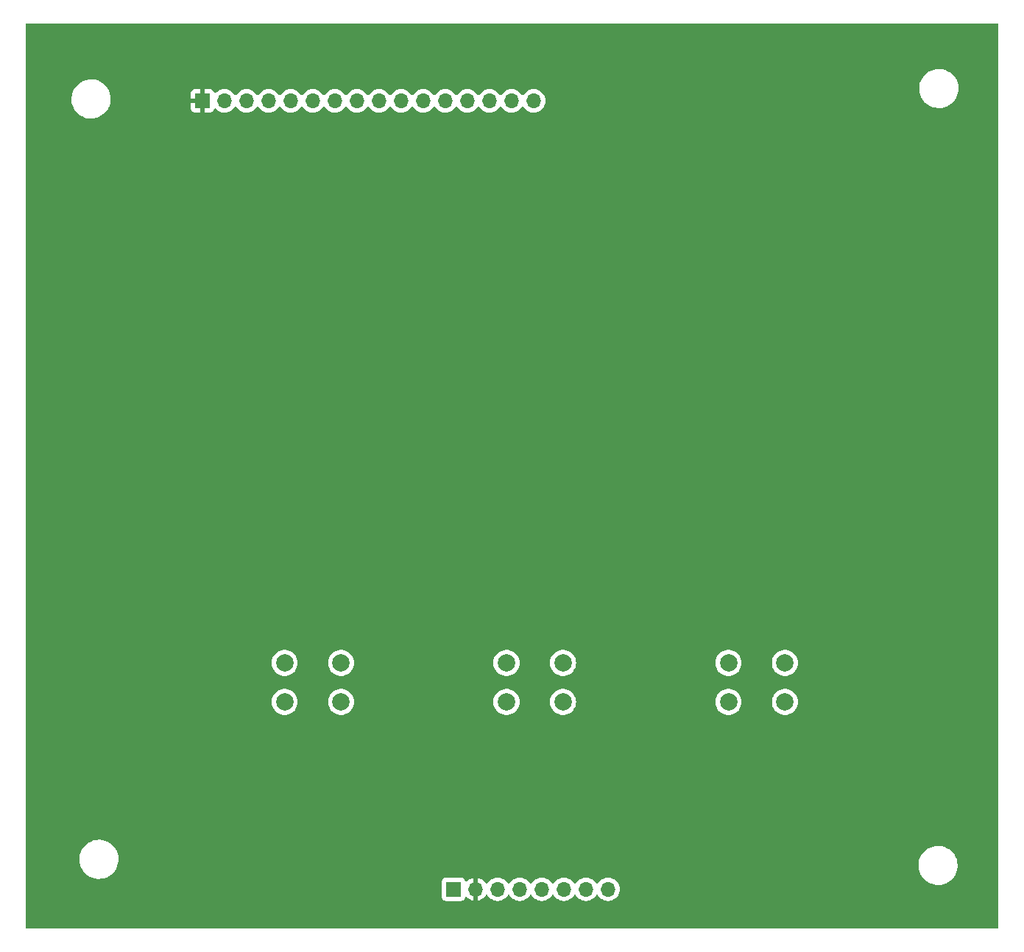
<source format=gbr>
%TF.GenerationSoftware,KiCad,Pcbnew,7.0.10*%
%TF.CreationDate,2024-03-07T18:04:43-07:00*%
%TF.ProjectId,User_Interface,55736572-5f49-46e7-9465-72666163652e,rev?*%
%TF.SameCoordinates,Original*%
%TF.FileFunction,Copper,L1,Top*%
%TF.FilePolarity,Positive*%
%FSLAX46Y46*%
G04 Gerber Fmt 4.6, Leading zero omitted, Abs format (unit mm)*
G04 Created by KiCad (PCBNEW 7.0.10) date 2024-03-07 18:04:43*
%MOMM*%
%LPD*%
G01*
G04 APERTURE LIST*
%TA.AperFunction,ComponentPad*%
%ADD10C,2.000000*%
%TD*%
%TA.AperFunction,ComponentPad*%
%ADD11R,1.700000X1.700000*%
%TD*%
%TA.AperFunction,ComponentPad*%
%ADD12O,1.700000X1.700000*%
%TD*%
%TA.AperFunction,ViaPad*%
%ADD13C,1.400000*%
%TD*%
%TA.AperFunction,ViaPad*%
%ADD14C,0.800000*%
%TD*%
%TA.AperFunction,Conductor*%
%ADD15C,0.250000*%
%TD*%
G04 APERTURE END LIST*
D10*
%TO.P,STOP1,1,1*%
%TO.N,POWER_3*%
X142775000Y-118281802D03*
X149275000Y-118281802D03*
%TO.P,STOP1,2,A*%
%TO.N,Net-(STOP1-A)*%
X142775000Y-122781802D03*
X149275000Y-122781802D03*
%TD*%
D11*
%TO.P,OLED1,1,VSS*%
%TO.N,GND*%
X107800000Y-53600000D03*
D12*
%TO.P,OLED1,2,VDD*%
%TO.N,POWER_3*%
X110340000Y-53600000D03*
%TO.P,OLED1,3*%
%TO.N,unconnected-(OLED1-Pad3)*%
X112880000Y-53600000D03*
%TO.P,OLED1,4*%
%TO.N,unconnected-(OLED1-Pad4)*%
X115420000Y-53600000D03*
%TO.P,OLED1,5*%
%TO.N,unconnected-(OLED1-Pad5)*%
X117960000Y-53600000D03*
%TO.P,OLED1,6*%
%TO.N,unconnected-(OLED1-Pad6)*%
X120500000Y-53600000D03*
%TO.P,OLED1,7*%
%TO.N,unconnected-(OLED1-Pad7)*%
X123040000Y-53600000D03*
%TO.P,OLED1,8*%
%TO.N,unconnected-(OLED1-Pad8)*%
X125580000Y-53600000D03*
%TO.P,OLED1,9*%
%TO.N,unconnected-(OLED1-Pad9)*%
X128120000Y-53600000D03*
%TO.P,OLED1,10*%
%TO.N,unconnected-(OLED1-Pad10)*%
X130660000Y-53600000D03*
%TO.P,OLED1,11*%
%TO.N,unconnected-(OLED1-Pad11)*%
X133200000Y-53600000D03*
%TO.P,OLED1,12,SCK*%
%TO.N,SPI_SCK*%
X135740000Y-53600000D03*
%TO.P,OLED1,13,SDO*%
%TO.N,unconnected-(OLED1-SDO-Pad13)*%
X138280000Y-53600000D03*
%TO.P,OLED1,14,SDI*%
%TO.N,SPI_MOSI*%
X140820000Y-53600000D03*
%TO.P,OLED1,15*%
%TO.N,unconnected-(OLED1-Pad15)*%
X143360000Y-53600000D03*
%TO.P,OLED1,16,nCS*%
%TO.N,SPI_NSS*%
X145900000Y-53600000D03*
%TD*%
D11*
%TO.P,MAIN_CONTROL1,1,VDD*%
%TO.N,POWER_3*%
X136675000Y-144335000D03*
D12*
%TO.P,MAIN_CONTROL1,2,VSS*%
%TO.N,GND*%
X139215000Y-144335000D03*
%TO.P,MAIN_CONTROL1,3,USER_START*%
%TO.N,USR_START*%
X141755000Y-144335000D03*
%TO.P,MAIN_CONTROL1,4,USER_STOP*%
%TO.N,USR_STOP*%
X144295000Y-144335000D03*
%TO.P,MAIN_CONTROL1,5,USER_RESET*%
%TO.N,USR_RESET*%
X146835000Y-144335000D03*
%TO.P,MAIN_CONTROL1,6,SPI_SCK*%
%TO.N,SPI_SCK*%
X149375000Y-144335000D03*
%TO.P,MAIN_CONTROL1,7,SPI_MOSI*%
%TO.N,SPI_MOSI*%
X151915000Y-144335000D03*
%TO.P,MAIN_CONTROL1,8,SPI_NSS*%
%TO.N,SPI_NSS*%
X154455000Y-144335000D03*
%TD*%
D10*
%TO.P,RESET1,1,1*%
%TO.N,POWER_3*%
X168300000Y-118281802D03*
X174800000Y-118281802D03*
%TO.P,RESET1,2,A*%
%TO.N,Net-(RESET1-A)*%
X168300000Y-122781802D03*
X174800000Y-122781802D03*
%TD*%
%TO.P,START1,1,1*%
%TO.N,POWER_3*%
X117250000Y-118281802D03*
X123750000Y-118281802D03*
%TO.P,START1,2,A*%
%TO.N,Net-(START1-A)*%
X117250000Y-122781802D03*
X123750000Y-122781802D03*
%TD*%
D13*
%TO.N,GND*%
X191460000Y-128010000D03*
D14*
X115750000Y-125731802D03*
X142350000Y-125631802D03*
X165450000Y-125331802D03*
%TD*%
D15*
%TO.N,GND*%
X115831802Y-125650000D02*
X142331802Y-125650000D01*
X115750000Y-125731802D02*
X115831802Y-125650000D01*
X142621802Y-125360000D02*
X165421802Y-125360000D01*
X165421802Y-125360000D02*
X165450000Y-125331802D01*
X142331802Y-125650000D02*
X142350000Y-125631802D01*
X142350000Y-125631802D02*
X142621802Y-125360000D01*
%TD*%
%TA.AperFunction,Conductor*%
%TO.N,GND*%
G36*
X199292539Y-44751987D02*
G01*
X199338294Y-44804791D01*
X199349500Y-44856302D01*
X199349500Y-148707302D01*
X199329815Y-148774341D01*
X199277011Y-148820096D01*
X199225500Y-148831302D01*
X87574500Y-148831302D01*
X87507461Y-148811617D01*
X87461706Y-148758813D01*
X87450500Y-148707302D01*
X87450500Y-145232870D01*
X135324500Y-145232870D01*
X135324501Y-145232876D01*
X135330908Y-145292483D01*
X135381202Y-145427328D01*
X135381206Y-145427335D01*
X135467452Y-145542544D01*
X135467455Y-145542547D01*
X135582664Y-145628793D01*
X135582671Y-145628797D01*
X135717517Y-145679091D01*
X135717516Y-145679091D01*
X135724444Y-145679835D01*
X135777127Y-145685500D01*
X137572872Y-145685499D01*
X137632483Y-145679091D01*
X137767331Y-145628796D01*
X137882546Y-145542546D01*
X137968796Y-145427331D01*
X138018002Y-145295401D01*
X138059872Y-145239468D01*
X138125337Y-145215050D01*
X138193610Y-145229901D01*
X138221865Y-145251053D01*
X138343917Y-145373105D01*
X138537421Y-145508600D01*
X138751507Y-145608429D01*
X138751516Y-145608433D01*
X138965000Y-145665634D01*
X138965000Y-144770501D01*
X139072685Y-144819680D01*
X139179237Y-144835000D01*
X139250763Y-144835000D01*
X139357315Y-144819680D01*
X139465000Y-144770501D01*
X139465000Y-145665633D01*
X139678483Y-145608433D01*
X139678492Y-145608429D01*
X139892578Y-145508600D01*
X140086082Y-145373105D01*
X140253105Y-145206082D01*
X140383119Y-145020405D01*
X140437696Y-144976781D01*
X140507195Y-144969588D01*
X140569549Y-145001110D01*
X140586269Y-145020405D01*
X140716505Y-145206401D01*
X140883599Y-145373495D01*
X140980384Y-145441265D01*
X141077165Y-145509032D01*
X141077167Y-145509033D01*
X141077170Y-145509035D01*
X141291337Y-145608903D01*
X141519592Y-145670063D01*
X141696034Y-145685500D01*
X141754999Y-145690659D01*
X141755000Y-145690659D01*
X141755001Y-145690659D01*
X141813966Y-145685500D01*
X141990408Y-145670063D01*
X142218663Y-145608903D01*
X142432830Y-145509035D01*
X142626401Y-145373495D01*
X142793495Y-145206401D01*
X142923425Y-145020842D01*
X142978002Y-144977217D01*
X143047500Y-144970023D01*
X143109855Y-145001546D01*
X143126575Y-145020842D01*
X143256500Y-145206395D01*
X143256505Y-145206401D01*
X143423599Y-145373495D01*
X143520384Y-145441265D01*
X143617165Y-145509032D01*
X143617167Y-145509033D01*
X143617170Y-145509035D01*
X143831337Y-145608903D01*
X144059592Y-145670063D01*
X144236034Y-145685500D01*
X144294999Y-145690659D01*
X144295000Y-145690659D01*
X144295001Y-145690659D01*
X144353966Y-145685500D01*
X144530408Y-145670063D01*
X144758663Y-145608903D01*
X144972830Y-145509035D01*
X145166401Y-145373495D01*
X145333495Y-145206401D01*
X145463425Y-145020842D01*
X145518002Y-144977217D01*
X145587500Y-144970023D01*
X145649855Y-145001546D01*
X145666575Y-145020842D01*
X145796500Y-145206395D01*
X145796505Y-145206401D01*
X145963599Y-145373495D01*
X146060384Y-145441265D01*
X146157165Y-145509032D01*
X146157167Y-145509033D01*
X146157170Y-145509035D01*
X146371337Y-145608903D01*
X146599592Y-145670063D01*
X146776034Y-145685500D01*
X146834999Y-145690659D01*
X146835000Y-145690659D01*
X146835001Y-145690659D01*
X146893966Y-145685500D01*
X147070408Y-145670063D01*
X147298663Y-145608903D01*
X147512830Y-145509035D01*
X147706401Y-145373495D01*
X147873495Y-145206401D01*
X148003425Y-145020842D01*
X148058002Y-144977217D01*
X148127500Y-144970023D01*
X148189855Y-145001546D01*
X148206575Y-145020842D01*
X148336500Y-145206395D01*
X148336505Y-145206401D01*
X148503599Y-145373495D01*
X148600384Y-145441265D01*
X148697165Y-145509032D01*
X148697167Y-145509033D01*
X148697170Y-145509035D01*
X148911337Y-145608903D01*
X149139592Y-145670063D01*
X149316034Y-145685500D01*
X149374999Y-145690659D01*
X149375000Y-145690659D01*
X149375001Y-145690659D01*
X149433966Y-145685500D01*
X149610408Y-145670063D01*
X149838663Y-145608903D01*
X150052830Y-145509035D01*
X150246401Y-145373495D01*
X150413495Y-145206401D01*
X150543425Y-145020842D01*
X150598002Y-144977217D01*
X150667500Y-144970023D01*
X150729855Y-145001546D01*
X150746575Y-145020842D01*
X150876500Y-145206395D01*
X150876505Y-145206401D01*
X151043599Y-145373495D01*
X151140384Y-145441265D01*
X151237165Y-145509032D01*
X151237167Y-145509033D01*
X151237170Y-145509035D01*
X151451337Y-145608903D01*
X151679592Y-145670063D01*
X151856034Y-145685500D01*
X151914999Y-145690659D01*
X151915000Y-145690659D01*
X151915001Y-145690659D01*
X151973966Y-145685500D01*
X152150408Y-145670063D01*
X152378663Y-145608903D01*
X152592830Y-145509035D01*
X152786401Y-145373495D01*
X152953495Y-145206401D01*
X153083425Y-145020842D01*
X153138002Y-144977217D01*
X153207500Y-144970023D01*
X153269855Y-145001546D01*
X153286575Y-145020842D01*
X153416500Y-145206395D01*
X153416505Y-145206401D01*
X153583599Y-145373495D01*
X153680384Y-145441265D01*
X153777165Y-145509032D01*
X153777167Y-145509033D01*
X153777170Y-145509035D01*
X153991337Y-145608903D01*
X154219592Y-145670063D01*
X154396034Y-145685500D01*
X154454999Y-145690659D01*
X154455000Y-145690659D01*
X154455001Y-145690659D01*
X154513966Y-145685500D01*
X154690408Y-145670063D01*
X154918663Y-145608903D01*
X155132830Y-145509035D01*
X155326401Y-145373495D01*
X155493495Y-145206401D01*
X155629035Y-145012830D01*
X155728903Y-144798663D01*
X155790063Y-144570408D01*
X155810659Y-144335000D01*
X155790063Y-144099592D01*
X155728903Y-143871337D01*
X155629035Y-143657171D01*
X155623731Y-143649595D01*
X155493494Y-143463597D01*
X155326402Y-143296506D01*
X155326395Y-143296501D01*
X155132834Y-143160967D01*
X155132830Y-143160965D01*
X155110388Y-143150500D01*
X154918663Y-143061097D01*
X154918659Y-143061096D01*
X154918655Y-143061094D01*
X154690413Y-142999938D01*
X154690403Y-142999936D01*
X154455001Y-142979341D01*
X154454999Y-142979341D01*
X154219596Y-142999936D01*
X154219586Y-142999938D01*
X153991344Y-143061094D01*
X153991335Y-143061098D01*
X153777171Y-143160964D01*
X153777169Y-143160965D01*
X153583597Y-143296505D01*
X153416505Y-143463597D01*
X153286575Y-143649158D01*
X153231998Y-143692783D01*
X153162500Y-143699977D01*
X153100145Y-143668454D01*
X153083425Y-143649158D01*
X152953494Y-143463597D01*
X152786402Y-143296506D01*
X152786395Y-143296501D01*
X152592834Y-143160967D01*
X152592830Y-143160965D01*
X152570388Y-143150500D01*
X152378663Y-143061097D01*
X152378659Y-143061096D01*
X152378655Y-143061094D01*
X152150413Y-142999938D01*
X152150403Y-142999936D01*
X151915001Y-142979341D01*
X151914999Y-142979341D01*
X151679596Y-142999936D01*
X151679586Y-142999938D01*
X151451344Y-143061094D01*
X151451335Y-143061098D01*
X151237171Y-143160964D01*
X151237169Y-143160965D01*
X151043597Y-143296505D01*
X150876505Y-143463597D01*
X150746575Y-143649158D01*
X150691998Y-143692783D01*
X150622500Y-143699977D01*
X150560145Y-143668454D01*
X150543425Y-143649158D01*
X150413494Y-143463597D01*
X150246402Y-143296506D01*
X150246395Y-143296501D01*
X150052834Y-143160967D01*
X150052830Y-143160965D01*
X150030388Y-143150500D01*
X149838663Y-143061097D01*
X149838659Y-143061096D01*
X149838655Y-143061094D01*
X149610413Y-142999938D01*
X149610403Y-142999936D01*
X149375001Y-142979341D01*
X149374999Y-142979341D01*
X149139596Y-142999936D01*
X149139586Y-142999938D01*
X148911344Y-143061094D01*
X148911335Y-143061098D01*
X148697171Y-143160964D01*
X148697169Y-143160965D01*
X148503597Y-143296505D01*
X148336505Y-143463597D01*
X148206575Y-143649158D01*
X148151998Y-143692783D01*
X148082500Y-143699977D01*
X148020145Y-143668454D01*
X148003425Y-143649158D01*
X147873494Y-143463597D01*
X147706402Y-143296506D01*
X147706395Y-143296501D01*
X147512834Y-143160967D01*
X147512830Y-143160965D01*
X147490388Y-143150500D01*
X147298663Y-143061097D01*
X147298659Y-143061096D01*
X147298655Y-143061094D01*
X147070413Y-142999938D01*
X147070403Y-142999936D01*
X146835001Y-142979341D01*
X146834999Y-142979341D01*
X146599596Y-142999936D01*
X146599586Y-142999938D01*
X146371344Y-143061094D01*
X146371335Y-143061098D01*
X146157171Y-143160964D01*
X146157169Y-143160965D01*
X145963597Y-143296505D01*
X145796505Y-143463597D01*
X145666575Y-143649158D01*
X145611998Y-143692783D01*
X145542500Y-143699977D01*
X145480145Y-143668454D01*
X145463425Y-143649158D01*
X145333494Y-143463597D01*
X145166402Y-143296506D01*
X145166395Y-143296501D01*
X144972834Y-143160967D01*
X144972830Y-143160965D01*
X144950388Y-143150500D01*
X144758663Y-143061097D01*
X144758659Y-143061096D01*
X144758655Y-143061094D01*
X144530413Y-142999938D01*
X144530403Y-142999936D01*
X144295001Y-142979341D01*
X144294999Y-142979341D01*
X144059596Y-142999936D01*
X144059586Y-142999938D01*
X143831344Y-143061094D01*
X143831335Y-143061098D01*
X143617171Y-143160964D01*
X143617169Y-143160965D01*
X143423597Y-143296505D01*
X143256505Y-143463597D01*
X143126575Y-143649158D01*
X143071998Y-143692783D01*
X143002500Y-143699977D01*
X142940145Y-143668454D01*
X142923425Y-143649158D01*
X142793494Y-143463597D01*
X142626402Y-143296506D01*
X142626395Y-143296501D01*
X142432834Y-143160967D01*
X142432830Y-143160965D01*
X142410388Y-143150500D01*
X142218663Y-143061097D01*
X142218659Y-143061096D01*
X142218655Y-143061094D01*
X141990413Y-142999938D01*
X141990403Y-142999936D01*
X141755001Y-142979341D01*
X141754999Y-142979341D01*
X141519596Y-142999936D01*
X141519586Y-142999938D01*
X141291344Y-143061094D01*
X141291335Y-143061098D01*
X141077171Y-143160964D01*
X141077169Y-143160965D01*
X140883597Y-143296505D01*
X140716508Y-143463594D01*
X140586269Y-143649595D01*
X140531692Y-143693219D01*
X140462193Y-143700412D01*
X140399839Y-143668890D01*
X140383119Y-143649594D01*
X140253113Y-143463926D01*
X140253108Y-143463920D01*
X140086082Y-143296894D01*
X139892578Y-143161399D01*
X139678492Y-143061570D01*
X139678486Y-143061567D01*
X139465000Y-143004364D01*
X139465000Y-143899498D01*
X139357315Y-143850320D01*
X139250763Y-143835000D01*
X139179237Y-143835000D01*
X139072685Y-143850320D01*
X138965000Y-143899498D01*
X138965000Y-143004364D01*
X138964999Y-143004364D01*
X138751513Y-143061567D01*
X138751507Y-143061570D01*
X138537422Y-143161399D01*
X138537420Y-143161400D01*
X138343926Y-143296886D01*
X138221865Y-143418947D01*
X138160542Y-143452431D01*
X138090850Y-143447447D01*
X138034917Y-143405575D01*
X138018002Y-143374598D01*
X137968797Y-143242671D01*
X137968793Y-143242664D01*
X137882547Y-143127455D01*
X137882544Y-143127452D01*
X137767335Y-143041206D01*
X137767328Y-143041202D01*
X137632482Y-142990908D01*
X137632483Y-142990908D01*
X137572883Y-142984501D01*
X137572881Y-142984500D01*
X137572873Y-142984500D01*
X137572864Y-142984500D01*
X135777129Y-142984500D01*
X135777123Y-142984501D01*
X135717516Y-142990908D01*
X135582671Y-143041202D01*
X135582664Y-143041206D01*
X135467455Y-143127452D01*
X135467452Y-143127455D01*
X135381206Y-143242664D01*
X135381202Y-143242671D01*
X135330908Y-143377517D01*
X135324501Y-143437116D01*
X135324500Y-143437135D01*
X135324500Y-145232870D01*
X87450500Y-145232870D01*
X87450500Y-140975373D01*
X93645723Y-140975373D01*
X93675881Y-141275160D01*
X93675882Y-141275162D01*
X93745728Y-141568252D01*
X93745733Y-141568266D01*
X93854020Y-141849427D01*
X93854024Y-141849436D01*
X93998825Y-142113665D01*
X93998829Y-142113671D01*
X94112725Y-142268252D01*
X94177554Y-142356238D01*
X94177561Y-142356245D01*
X94387019Y-142572823D01*
X94623478Y-142759553D01*
X94623480Y-142759554D01*
X94623485Y-142759558D01*
X94882730Y-142913109D01*
X95160128Y-143030736D01*
X95450729Y-143110340D01*
X95749347Y-143150500D01*
X95749351Y-143150500D01*
X95975252Y-143150500D01*
X96139164Y-143139526D01*
X96200634Y-143135412D01*
X96495903Y-143075396D01*
X96780537Y-142976560D01*
X97049459Y-142840668D01*
X97297869Y-142670144D01*
X97521333Y-142468032D01*
X97715865Y-142237939D01*
X97877993Y-141983970D01*
X98004823Y-141710658D01*
X98015769Y-141675373D01*
X190145723Y-141675373D01*
X190175881Y-141975160D01*
X190175882Y-141975162D01*
X190245728Y-142268252D01*
X190245733Y-142268266D01*
X190354020Y-142549427D01*
X190354024Y-142549436D01*
X190498825Y-142813665D01*
X190498829Y-142813671D01*
X190629419Y-142990909D01*
X190677554Y-143056238D01*
X190746427Y-143127452D01*
X190887019Y-143272823D01*
X191123478Y-143459553D01*
X191123480Y-143459554D01*
X191123485Y-143459558D01*
X191382730Y-143613109D01*
X191660128Y-143730736D01*
X191950729Y-143810340D01*
X192249347Y-143850500D01*
X192249351Y-143850500D01*
X192475252Y-143850500D01*
X192639164Y-143839526D01*
X192700634Y-143835412D01*
X192995903Y-143775396D01*
X193280537Y-143676560D01*
X193549459Y-143540668D01*
X193797869Y-143370144D01*
X194021333Y-143168032D01*
X194215865Y-142937939D01*
X194377993Y-142683970D01*
X194504823Y-142410658D01*
X194594093Y-142122879D01*
X194644209Y-141825770D01*
X194654277Y-141524631D01*
X194624118Y-141224838D01*
X194554269Y-140931739D01*
X194445977Y-140650566D01*
X194301175Y-140386335D01*
X194122446Y-140143762D01*
X193912980Y-139927176D01*
X193789742Y-139829856D01*
X193676521Y-139740446D01*
X193676517Y-139740443D01*
X193676515Y-139740442D01*
X193417270Y-139586891D01*
X193139872Y-139469264D01*
X193139863Y-139469261D01*
X192849272Y-139389660D01*
X192774616Y-139379620D01*
X192550653Y-139349500D01*
X192324756Y-139349500D01*
X192324748Y-139349500D01*
X192099368Y-139364587D01*
X192099359Y-139364589D01*
X191804094Y-139424604D01*
X191519464Y-139523439D01*
X191519459Y-139523441D01*
X191250546Y-139659328D01*
X191002125Y-139829860D01*
X190778665Y-140031969D01*
X190584132Y-140262064D01*
X190422006Y-140516030D01*
X190422005Y-140516032D01*
X190295181Y-140789333D01*
X190295177Y-140789342D01*
X190295176Y-140789346D01*
X190205907Y-141077118D01*
X190155791Y-141374230D01*
X190145723Y-141675373D01*
X98015769Y-141675373D01*
X98094093Y-141422879D01*
X98144209Y-141125770D01*
X98154277Y-140824631D01*
X98124118Y-140524838D01*
X98054269Y-140231739D01*
X97945977Y-139950566D01*
X97801175Y-139686335D01*
X97622446Y-139443762D01*
X97412980Y-139227176D01*
X97289742Y-139129856D01*
X97176521Y-139040446D01*
X97176517Y-139040443D01*
X97176515Y-139040442D01*
X96917270Y-138886891D01*
X96639872Y-138769264D01*
X96639863Y-138769261D01*
X96349272Y-138689660D01*
X96274616Y-138679620D01*
X96050653Y-138649500D01*
X95824756Y-138649500D01*
X95824748Y-138649500D01*
X95599368Y-138664587D01*
X95599359Y-138664589D01*
X95304094Y-138724604D01*
X95019464Y-138823439D01*
X95019459Y-138823441D01*
X94750546Y-138959328D01*
X94502125Y-139129860D01*
X94278665Y-139331969D01*
X94084132Y-139562064D01*
X93922006Y-139816030D01*
X93922005Y-139816032D01*
X93795181Y-140089333D01*
X93795177Y-140089342D01*
X93795176Y-140089346D01*
X93705907Y-140377118D01*
X93680990Y-140524837D01*
X93655791Y-140674230D01*
X93647182Y-140931747D01*
X93645723Y-140975373D01*
X87450500Y-140975373D01*
X87450500Y-122781807D01*
X115744357Y-122781807D01*
X115764890Y-123029614D01*
X115764892Y-123029626D01*
X115825936Y-123270683D01*
X115925826Y-123498408D01*
X116061833Y-123706584D01*
X116061836Y-123706587D01*
X116230256Y-123889540D01*
X116426491Y-124042276D01*
X116645190Y-124160630D01*
X116880386Y-124241373D01*
X117125665Y-124282302D01*
X117374335Y-124282302D01*
X117619614Y-124241373D01*
X117854810Y-124160630D01*
X118073509Y-124042276D01*
X118269744Y-123889540D01*
X118438164Y-123706587D01*
X118574173Y-123498409D01*
X118674063Y-123270683D01*
X118735108Y-123029623D01*
X118755643Y-122781807D01*
X122244357Y-122781807D01*
X122264890Y-123029614D01*
X122264892Y-123029626D01*
X122325936Y-123270683D01*
X122425826Y-123498408D01*
X122561833Y-123706584D01*
X122561836Y-123706587D01*
X122730256Y-123889540D01*
X122926491Y-124042276D01*
X123145190Y-124160630D01*
X123380386Y-124241373D01*
X123625665Y-124282302D01*
X123874335Y-124282302D01*
X124119614Y-124241373D01*
X124354810Y-124160630D01*
X124573509Y-124042276D01*
X124769744Y-123889540D01*
X124938164Y-123706587D01*
X125074173Y-123498409D01*
X125174063Y-123270683D01*
X125235108Y-123029623D01*
X125255643Y-122781807D01*
X141269357Y-122781807D01*
X141289890Y-123029614D01*
X141289892Y-123029626D01*
X141350936Y-123270683D01*
X141450826Y-123498408D01*
X141586833Y-123706584D01*
X141586836Y-123706587D01*
X141755256Y-123889540D01*
X141951491Y-124042276D01*
X142170190Y-124160630D01*
X142405386Y-124241373D01*
X142650665Y-124282302D01*
X142899335Y-124282302D01*
X143144614Y-124241373D01*
X143379810Y-124160630D01*
X143598509Y-124042276D01*
X143794744Y-123889540D01*
X143963164Y-123706587D01*
X144099173Y-123498409D01*
X144199063Y-123270683D01*
X144260108Y-123029623D01*
X144280643Y-122781807D01*
X147769357Y-122781807D01*
X147789890Y-123029614D01*
X147789892Y-123029626D01*
X147850936Y-123270683D01*
X147950826Y-123498408D01*
X148086833Y-123706584D01*
X148086836Y-123706587D01*
X148255256Y-123889540D01*
X148451491Y-124042276D01*
X148670190Y-124160630D01*
X148905386Y-124241373D01*
X149150665Y-124282302D01*
X149399335Y-124282302D01*
X149644614Y-124241373D01*
X149879810Y-124160630D01*
X150098509Y-124042276D01*
X150294744Y-123889540D01*
X150463164Y-123706587D01*
X150599173Y-123498409D01*
X150699063Y-123270683D01*
X150760108Y-123029623D01*
X150780643Y-122781807D01*
X166794357Y-122781807D01*
X166814890Y-123029614D01*
X166814892Y-123029626D01*
X166875936Y-123270683D01*
X166975826Y-123498408D01*
X167111833Y-123706584D01*
X167111836Y-123706587D01*
X167280256Y-123889540D01*
X167476491Y-124042276D01*
X167695190Y-124160630D01*
X167930386Y-124241373D01*
X168175665Y-124282302D01*
X168424335Y-124282302D01*
X168669614Y-124241373D01*
X168904810Y-124160630D01*
X169123509Y-124042276D01*
X169319744Y-123889540D01*
X169488164Y-123706587D01*
X169624173Y-123498409D01*
X169724063Y-123270683D01*
X169785108Y-123029623D01*
X169805643Y-122781807D01*
X173294357Y-122781807D01*
X173314890Y-123029614D01*
X173314892Y-123029626D01*
X173375936Y-123270683D01*
X173475826Y-123498408D01*
X173611833Y-123706584D01*
X173611836Y-123706587D01*
X173780256Y-123889540D01*
X173976491Y-124042276D01*
X174195190Y-124160630D01*
X174430386Y-124241373D01*
X174675665Y-124282302D01*
X174924335Y-124282302D01*
X175169614Y-124241373D01*
X175404810Y-124160630D01*
X175623509Y-124042276D01*
X175819744Y-123889540D01*
X175988164Y-123706587D01*
X176124173Y-123498409D01*
X176224063Y-123270683D01*
X176285108Y-123029623D01*
X176305643Y-122781802D01*
X176285108Y-122533981D01*
X176224063Y-122292921D01*
X176124173Y-122065195D01*
X175988166Y-121857019D01*
X175966557Y-121833546D01*
X175819744Y-121674064D01*
X175623509Y-121521328D01*
X175623507Y-121521327D01*
X175623506Y-121521326D01*
X175404811Y-121402974D01*
X175404802Y-121402971D01*
X175169616Y-121322231D01*
X174924335Y-121281302D01*
X174675665Y-121281302D01*
X174430383Y-121322231D01*
X174195197Y-121402971D01*
X174195188Y-121402974D01*
X173976493Y-121521326D01*
X173780257Y-121674063D01*
X173611833Y-121857019D01*
X173475826Y-122065195D01*
X173375936Y-122292920D01*
X173314892Y-122533977D01*
X173314890Y-122533989D01*
X173294357Y-122781796D01*
X173294357Y-122781807D01*
X169805643Y-122781807D01*
X169805643Y-122781802D01*
X169785108Y-122533981D01*
X169724063Y-122292921D01*
X169624173Y-122065195D01*
X169488166Y-121857019D01*
X169466557Y-121833546D01*
X169319744Y-121674064D01*
X169123509Y-121521328D01*
X169123507Y-121521327D01*
X169123506Y-121521326D01*
X168904811Y-121402974D01*
X168904802Y-121402971D01*
X168669616Y-121322231D01*
X168424335Y-121281302D01*
X168175665Y-121281302D01*
X167930383Y-121322231D01*
X167695197Y-121402971D01*
X167695188Y-121402974D01*
X167476493Y-121521326D01*
X167280257Y-121674063D01*
X167111833Y-121857019D01*
X166975826Y-122065195D01*
X166875936Y-122292920D01*
X166814892Y-122533977D01*
X166814890Y-122533989D01*
X166794357Y-122781796D01*
X166794357Y-122781807D01*
X150780643Y-122781807D01*
X150780643Y-122781802D01*
X150760108Y-122533981D01*
X150699063Y-122292921D01*
X150599173Y-122065195D01*
X150463166Y-121857019D01*
X150441557Y-121833546D01*
X150294744Y-121674064D01*
X150098509Y-121521328D01*
X150098507Y-121521327D01*
X150098506Y-121521326D01*
X149879811Y-121402974D01*
X149879802Y-121402971D01*
X149644616Y-121322231D01*
X149399335Y-121281302D01*
X149150665Y-121281302D01*
X148905383Y-121322231D01*
X148670197Y-121402971D01*
X148670188Y-121402974D01*
X148451493Y-121521326D01*
X148255257Y-121674063D01*
X148086833Y-121857019D01*
X147950826Y-122065195D01*
X147850936Y-122292920D01*
X147789892Y-122533977D01*
X147789890Y-122533989D01*
X147769357Y-122781796D01*
X147769357Y-122781807D01*
X144280643Y-122781807D01*
X144280643Y-122781802D01*
X144260108Y-122533981D01*
X144199063Y-122292921D01*
X144099173Y-122065195D01*
X143963166Y-121857019D01*
X143941557Y-121833546D01*
X143794744Y-121674064D01*
X143598509Y-121521328D01*
X143598507Y-121521327D01*
X143598506Y-121521326D01*
X143379811Y-121402974D01*
X143379802Y-121402971D01*
X143144616Y-121322231D01*
X142899335Y-121281302D01*
X142650665Y-121281302D01*
X142405383Y-121322231D01*
X142170197Y-121402971D01*
X142170188Y-121402974D01*
X141951493Y-121521326D01*
X141755257Y-121674063D01*
X141586833Y-121857019D01*
X141450826Y-122065195D01*
X141350936Y-122292920D01*
X141289892Y-122533977D01*
X141289890Y-122533989D01*
X141269357Y-122781796D01*
X141269357Y-122781807D01*
X125255643Y-122781807D01*
X125255643Y-122781802D01*
X125235108Y-122533981D01*
X125174063Y-122292921D01*
X125074173Y-122065195D01*
X124938166Y-121857019D01*
X124916557Y-121833546D01*
X124769744Y-121674064D01*
X124573509Y-121521328D01*
X124573507Y-121521327D01*
X124573506Y-121521326D01*
X124354811Y-121402974D01*
X124354802Y-121402971D01*
X124119616Y-121322231D01*
X123874335Y-121281302D01*
X123625665Y-121281302D01*
X123380383Y-121322231D01*
X123145197Y-121402971D01*
X123145188Y-121402974D01*
X122926493Y-121521326D01*
X122730257Y-121674063D01*
X122561833Y-121857019D01*
X122425826Y-122065195D01*
X122325936Y-122292920D01*
X122264892Y-122533977D01*
X122264890Y-122533989D01*
X122244357Y-122781796D01*
X122244357Y-122781807D01*
X118755643Y-122781807D01*
X118755643Y-122781802D01*
X118735108Y-122533981D01*
X118674063Y-122292921D01*
X118574173Y-122065195D01*
X118438166Y-121857019D01*
X118416557Y-121833546D01*
X118269744Y-121674064D01*
X118073509Y-121521328D01*
X118073507Y-121521327D01*
X118073506Y-121521326D01*
X117854811Y-121402974D01*
X117854802Y-121402971D01*
X117619616Y-121322231D01*
X117374335Y-121281302D01*
X117125665Y-121281302D01*
X116880383Y-121322231D01*
X116645197Y-121402971D01*
X116645188Y-121402974D01*
X116426493Y-121521326D01*
X116230257Y-121674063D01*
X116061833Y-121857019D01*
X115925826Y-122065195D01*
X115825936Y-122292920D01*
X115764892Y-122533977D01*
X115764890Y-122533989D01*
X115744357Y-122781796D01*
X115744357Y-122781807D01*
X87450500Y-122781807D01*
X87450500Y-118281807D01*
X115744357Y-118281807D01*
X115764890Y-118529614D01*
X115764892Y-118529626D01*
X115825936Y-118770683D01*
X115925826Y-118998408D01*
X116061833Y-119206584D01*
X116061836Y-119206587D01*
X116230256Y-119389540D01*
X116426491Y-119542276D01*
X116645190Y-119660630D01*
X116880386Y-119741373D01*
X117125665Y-119782302D01*
X117374335Y-119782302D01*
X117619614Y-119741373D01*
X117854810Y-119660630D01*
X118073509Y-119542276D01*
X118269744Y-119389540D01*
X118438164Y-119206587D01*
X118574173Y-118998409D01*
X118674063Y-118770683D01*
X118735108Y-118529623D01*
X118755643Y-118281807D01*
X122244357Y-118281807D01*
X122264890Y-118529614D01*
X122264892Y-118529626D01*
X122325936Y-118770683D01*
X122425826Y-118998408D01*
X122561833Y-119206584D01*
X122561836Y-119206587D01*
X122730256Y-119389540D01*
X122926491Y-119542276D01*
X123145190Y-119660630D01*
X123380386Y-119741373D01*
X123625665Y-119782302D01*
X123874335Y-119782302D01*
X124119614Y-119741373D01*
X124354810Y-119660630D01*
X124573509Y-119542276D01*
X124769744Y-119389540D01*
X124938164Y-119206587D01*
X125074173Y-118998409D01*
X125174063Y-118770683D01*
X125235108Y-118529623D01*
X125255643Y-118281807D01*
X141269357Y-118281807D01*
X141289890Y-118529614D01*
X141289892Y-118529626D01*
X141350936Y-118770683D01*
X141450826Y-118998408D01*
X141586833Y-119206584D01*
X141586836Y-119206587D01*
X141755256Y-119389540D01*
X141951491Y-119542276D01*
X142170190Y-119660630D01*
X142405386Y-119741373D01*
X142650665Y-119782302D01*
X142899335Y-119782302D01*
X143144614Y-119741373D01*
X143379810Y-119660630D01*
X143598509Y-119542276D01*
X143794744Y-119389540D01*
X143963164Y-119206587D01*
X144099173Y-118998409D01*
X144199063Y-118770683D01*
X144260108Y-118529623D01*
X144280643Y-118281807D01*
X147769357Y-118281807D01*
X147789890Y-118529614D01*
X147789892Y-118529626D01*
X147850936Y-118770683D01*
X147950826Y-118998408D01*
X148086833Y-119206584D01*
X148086836Y-119206587D01*
X148255256Y-119389540D01*
X148451491Y-119542276D01*
X148670190Y-119660630D01*
X148905386Y-119741373D01*
X149150665Y-119782302D01*
X149399335Y-119782302D01*
X149644614Y-119741373D01*
X149879810Y-119660630D01*
X150098509Y-119542276D01*
X150294744Y-119389540D01*
X150463164Y-119206587D01*
X150599173Y-118998409D01*
X150699063Y-118770683D01*
X150760108Y-118529623D01*
X150780643Y-118281807D01*
X166794357Y-118281807D01*
X166814890Y-118529614D01*
X166814892Y-118529626D01*
X166875936Y-118770683D01*
X166975826Y-118998408D01*
X167111833Y-119206584D01*
X167111836Y-119206587D01*
X167280256Y-119389540D01*
X167476491Y-119542276D01*
X167695190Y-119660630D01*
X167930386Y-119741373D01*
X168175665Y-119782302D01*
X168424335Y-119782302D01*
X168669614Y-119741373D01*
X168904810Y-119660630D01*
X169123509Y-119542276D01*
X169319744Y-119389540D01*
X169488164Y-119206587D01*
X169624173Y-118998409D01*
X169724063Y-118770683D01*
X169785108Y-118529623D01*
X169805643Y-118281807D01*
X173294357Y-118281807D01*
X173314890Y-118529614D01*
X173314892Y-118529626D01*
X173375936Y-118770683D01*
X173475826Y-118998408D01*
X173611833Y-119206584D01*
X173611836Y-119206587D01*
X173780256Y-119389540D01*
X173976491Y-119542276D01*
X174195190Y-119660630D01*
X174430386Y-119741373D01*
X174675665Y-119782302D01*
X174924335Y-119782302D01*
X175169614Y-119741373D01*
X175404810Y-119660630D01*
X175623509Y-119542276D01*
X175819744Y-119389540D01*
X175988164Y-119206587D01*
X176124173Y-118998409D01*
X176224063Y-118770683D01*
X176285108Y-118529623D01*
X176305643Y-118281802D01*
X176285108Y-118033981D01*
X176224063Y-117792921D01*
X176124173Y-117565195D01*
X175988166Y-117357019D01*
X175966557Y-117333546D01*
X175819744Y-117174064D01*
X175623509Y-117021328D01*
X175623507Y-117021327D01*
X175623506Y-117021326D01*
X175404811Y-116902974D01*
X175404802Y-116902971D01*
X175169616Y-116822231D01*
X174924335Y-116781302D01*
X174675665Y-116781302D01*
X174430383Y-116822231D01*
X174195197Y-116902971D01*
X174195188Y-116902974D01*
X173976493Y-117021326D01*
X173780257Y-117174063D01*
X173611833Y-117357019D01*
X173475826Y-117565195D01*
X173375936Y-117792920D01*
X173314892Y-118033977D01*
X173314890Y-118033989D01*
X173294357Y-118281796D01*
X173294357Y-118281807D01*
X169805643Y-118281807D01*
X169805643Y-118281802D01*
X169785108Y-118033981D01*
X169724063Y-117792921D01*
X169624173Y-117565195D01*
X169488166Y-117357019D01*
X169466557Y-117333546D01*
X169319744Y-117174064D01*
X169123509Y-117021328D01*
X169123507Y-117021327D01*
X169123506Y-117021326D01*
X168904811Y-116902974D01*
X168904802Y-116902971D01*
X168669616Y-116822231D01*
X168424335Y-116781302D01*
X168175665Y-116781302D01*
X167930383Y-116822231D01*
X167695197Y-116902971D01*
X167695188Y-116902974D01*
X167476493Y-117021326D01*
X167280257Y-117174063D01*
X167111833Y-117357019D01*
X166975826Y-117565195D01*
X166875936Y-117792920D01*
X166814892Y-118033977D01*
X166814890Y-118033989D01*
X166794357Y-118281796D01*
X166794357Y-118281807D01*
X150780643Y-118281807D01*
X150780643Y-118281802D01*
X150760108Y-118033981D01*
X150699063Y-117792921D01*
X150599173Y-117565195D01*
X150463166Y-117357019D01*
X150441557Y-117333546D01*
X150294744Y-117174064D01*
X150098509Y-117021328D01*
X150098507Y-117021327D01*
X150098506Y-117021326D01*
X149879811Y-116902974D01*
X149879802Y-116902971D01*
X149644616Y-116822231D01*
X149399335Y-116781302D01*
X149150665Y-116781302D01*
X148905383Y-116822231D01*
X148670197Y-116902971D01*
X148670188Y-116902974D01*
X148451493Y-117021326D01*
X148255257Y-117174063D01*
X148086833Y-117357019D01*
X147950826Y-117565195D01*
X147850936Y-117792920D01*
X147789892Y-118033977D01*
X147789890Y-118033989D01*
X147769357Y-118281796D01*
X147769357Y-118281807D01*
X144280643Y-118281807D01*
X144280643Y-118281802D01*
X144260108Y-118033981D01*
X144199063Y-117792921D01*
X144099173Y-117565195D01*
X143963166Y-117357019D01*
X143941557Y-117333546D01*
X143794744Y-117174064D01*
X143598509Y-117021328D01*
X143598507Y-117021327D01*
X143598506Y-117021326D01*
X143379811Y-116902974D01*
X143379802Y-116902971D01*
X143144616Y-116822231D01*
X142899335Y-116781302D01*
X142650665Y-116781302D01*
X142405383Y-116822231D01*
X142170197Y-116902971D01*
X142170188Y-116902974D01*
X141951493Y-117021326D01*
X141755257Y-117174063D01*
X141586833Y-117357019D01*
X141450826Y-117565195D01*
X141350936Y-117792920D01*
X141289892Y-118033977D01*
X141289890Y-118033989D01*
X141269357Y-118281796D01*
X141269357Y-118281807D01*
X125255643Y-118281807D01*
X125255643Y-118281802D01*
X125235108Y-118033981D01*
X125174063Y-117792921D01*
X125074173Y-117565195D01*
X124938166Y-117357019D01*
X124916557Y-117333546D01*
X124769744Y-117174064D01*
X124573509Y-117021328D01*
X124573507Y-117021327D01*
X124573506Y-117021326D01*
X124354811Y-116902974D01*
X124354802Y-116902971D01*
X124119616Y-116822231D01*
X123874335Y-116781302D01*
X123625665Y-116781302D01*
X123380383Y-116822231D01*
X123145197Y-116902971D01*
X123145188Y-116902974D01*
X122926493Y-117021326D01*
X122730257Y-117174063D01*
X122561833Y-117357019D01*
X122425826Y-117565195D01*
X122325936Y-117792920D01*
X122264892Y-118033977D01*
X122264890Y-118033989D01*
X122244357Y-118281796D01*
X122244357Y-118281807D01*
X118755643Y-118281807D01*
X118755643Y-118281802D01*
X118735108Y-118033981D01*
X118674063Y-117792921D01*
X118574173Y-117565195D01*
X118438166Y-117357019D01*
X118416557Y-117333546D01*
X118269744Y-117174064D01*
X118073509Y-117021328D01*
X118073507Y-117021327D01*
X118073506Y-117021326D01*
X117854811Y-116902974D01*
X117854802Y-116902971D01*
X117619616Y-116822231D01*
X117374335Y-116781302D01*
X117125665Y-116781302D01*
X116880383Y-116822231D01*
X116645197Y-116902971D01*
X116645188Y-116902974D01*
X116426493Y-117021326D01*
X116230257Y-117174063D01*
X116061833Y-117357019D01*
X115925826Y-117565195D01*
X115825936Y-117792920D01*
X115764892Y-118033977D01*
X115764890Y-118033989D01*
X115744357Y-118281796D01*
X115744357Y-118281807D01*
X87450500Y-118281807D01*
X87450500Y-53475373D01*
X92745723Y-53475373D01*
X92775881Y-53775160D01*
X92775882Y-53775162D01*
X92845728Y-54068252D01*
X92845733Y-54068266D01*
X92954020Y-54349427D01*
X92954024Y-54349436D01*
X93098825Y-54613665D01*
X93098829Y-54613671D01*
X93216984Y-54774032D01*
X93277554Y-54856238D01*
X93294638Y-54873903D01*
X93487019Y-55072823D01*
X93723478Y-55259553D01*
X93723480Y-55259554D01*
X93723485Y-55259558D01*
X93982730Y-55413109D01*
X94260128Y-55530736D01*
X94550729Y-55610340D01*
X94849347Y-55650500D01*
X94849351Y-55650500D01*
X95075252Y-55650500D01*
X95239164Y-55639526D01*
X95300634Y-55635412D01*
X95595903Y-55575396D01*
X95880537Y-55476560D01*
X96149459Y-55340668D01*
X96397869Y-55170144D01*
X96621333Y-54968032D01*
X96815865Y-54737939D01*
X96969136Y-54497844D01*
X106450000Y-54497844D01*
X106456401Y-54557372D01*
X106456403Y-54557379D01*
X106506645Y-54692086D01*
X106506649Y-54692093D01*
X106592809Y-54807187D01*
X106592812Y-54807190D01*
X106707906Y-54893350D01*
X106707913Y-54893354D01*
X106842620Y-54943596D01*
X106842627Y-54943598D01*
X106902155Y-54949999D01*
X106902172Y-54950000D01*
X107550000Y-54950000D01*
X107550000Y-54035501D01*
X107657685Y-54084680D01*
X107764237Y-54100000D01*
X107835763Y-54100000D01*
X107942315Y-54084680D01*
X108050000Y-54035501D01*
X108050000Y-54950000D01*
X108697828Y-54950000D01*
X108697844Y-54949999D01*
X108757372Y-54943598D01*
X108757379Y-54943596D01*
X108892086Y-54893354D01*
X108892093Y-54893350D01*
X109007187Y-54807190D01*
X109007190Y-54807187D01*
X109093350Y-54692093D01*
X109093354Y-54692086D01*
X109142422Y-54560529D01*
X109184293Y-54504595D01*
X109249757Y-54480178D01*
X109318030Y-54495030D01*
X109346285Y-54516181D01*
X109468599Y-54638495D01*
X109545135Y-54692086D01*
X109662165Y-54774032D01*
X109662167Y-54774033D01*
X109662170Y-54774035D01*
X109876337Y-54873903D01*
X110104592Y-54935063D01*
X110275319Y-54950000D01*
X110339999Y-54955659D01*
X110340000Y-54955659D01*
X110340001Y-54955659D01*
X110404681Y-54950000D01*
X110575408Y-54935063D01*
X110803663Y-54873903D01*
X111017830Y-54774035D01*
X111211401Y-54638495D01*
X111378495Y-54471401D01*
X111508425Y-54285842D01*
X111563002Y-54242217D01*
X111632500Y-54235023D01*
X111694855Y-54266546D01*
X111711575Y-54285842D01*
X111841500Y-54471395D01*
X111841505Y-54471401D01*
X112008599Y-54638495D01*
X112085135Y-54692086D01*
X112202165Y-54774032D01*
X112202167Y-54774033D01*
X112202170Y-54774035D01*
X112416337Y-54873903D01*
X112644592Y-54935063D01*
X112815319Y-54950000D01*
X112879999Y-54955659D01*
X112880000Y-54955659D01*
X112880001Y-54955659D01*
X112944681Y-54950000D01*
X113115408Y-54935063D01*
X113343663Y-54873903D01*
X113557830Y-54774035D01*
X113751401Y-54638495D01*
X113918495Y-54471401D01*
X114048425Y-54285842D01*
X114103002Y-54242217D01*
X114172500Y-54235023D01*
X114234855Y-54266546D01*
X114251575Y-54285842D01*
X114381500Y-54471395D01*
X114381505Y-54471401D01*
X114548599Y-54638495D01*
X114625135Y-54692086D01*
X114742165Y-54774032D01*
X114742167Y-54774033D01*
X114742170Y-54774035D01*
X114956337Y-54873903D01*
X115184592Y-54935063D01*
X115355319Y-54950000D01*
X115419999Y-54955659D01*
X115420000Y-54955659D01*
X115420001Y-54955659D01*
X115484681Y-54950000D01*
X115655408Y-54935063D01*
X115883663Y-54873903D01*
X116097830Y-54774035D01*
X116291401Y-54638495D01*
X116458495Y-54471401D01*
X116588425Y-54285842D01*
X116643002Y-54242217D01*
X116712500Y-54235023D01*
X116774855Y-54266546D01*
X116791575Y-54285842D01*
X116921500Y-54471395D01*
X116921505Y-54471401D01*
X117088599Y-54638495D01*
X117165135Y-54692086D01*
X117282165Y-54774032D01*
X117282167Y-54774033D01*
X117282170Y-54774035D01*
X117496337Y-54873903D01*
X117724592Y-54935063D01*
X117895319Y-54950000D01*
X117959999Y-54955659D01*
X117960000Y-54955659D01*
X117960001Y-54955659D01*
X118024681Y-54950000D01*
X118195408Y-54935063D01*
X118423663Y-54873903D01*
X118637830Y-54774035D01*
X118831401Y-54638495D01*
X118998495Y-54471401D01*
X119128425Y-54285842D01*
X119183002Y-54242217D01*
X119252500Y-54235023D01*
X119314855Y-54266546D01*
X119331575Y-54285842D01*
X119461500Y-54471395D01*
X119461505Y-54471401D01*
X119628599Y-54638495D01*
X119705135Y-54692086D01*
X119822165Y-54774032D01*
X119822167Y-54774033D01*
X119822170Y-54774035D01*
X120036337Y-54873903D01*
X120264592Y-54935063D01*
X120435319Y-54950000D01*
X120499999Y-54955659D01*
X120500000Y-54955659D01*
X120500001Y-54955659D01*
X120564681Y-54950000D01*
X120735408Y-54935063D01*
X120963663Y-54873903D01*
X121177830Y-54774035D01*
X121371401Y-54638495D01*
X121538495Y-54471401D01*
X121668425Y-54285842D01*
X121723002Y-54242217D01*
X121792500Y-54235023D01*
X121854855Y-54266546D01*
X121871575Y-54285842D01*
X122001500Y-54471395D01*
X122001505Y-54471401D01*
X122168599Y-54638495D01*
X122245135Y-54692086D01*
X122362165Y-54774032D01*
X122362167Y-54774033D01*
X122362170Y-54774035D01*
X122576337Y-54873903D01*
X122804592Y-54935063D01*
X122975319Y-54950000D01*
X123039999Y-54955659D01*
X123040000Y-54955659D01*
X123040001Y-54955659D01*
X123104681Y-54950000D01*
X123275408Y-54935063D01*
X123503663Y-54873903D01*
X123717830Y-54774035D01*
X123911401Y-54638495D01*
X124078495Y-54471401D01*
X124208425Y-54285842D01*
X124263002Y-54242217D01*
X124332500Y-54235023D01*
X124394855Y-54266546D01*
X124411575Y-54285842D01*
X124541500Y-54471395D01*
X124541505Y-54471401D01*
X124708599Y-54638495D01*
X124785135Y-54692086D01*
X124902165Y-54774032D01*
X124902167Y-54774033D01*
X124902170Y-54774035D01*
X125116337Y-54873903D01*
X125344592Y-54935063D01*
X125515319Y-54950000D01*
X125579999Y-54955659D01*
X125580000Y-54955659D01*
X125580001Y-54955659D01*
X125644681Y-54950000D01*
X125815408Y-54935063D01*
X126043663Y-54873903D01*
X126257830Y-54774035D01*
X126451401Y-54638495D01*
X126618495Y-54471401D01*
X126748425Y-54285842D01*
X126803002Y-54242217D01*
X126872500Y-54235023D01*
X126934855Y-54266546D01*
X126951575Y-54285842D01*
X127081500Y-54471395D01*
X127081505Y-54471401D01*
X127248599Y-54638495D01*
X127325135Y-54692086D01*
X127442165Y-54774032D01*
X127442167Y-54774033D01*
X127442170Y-54774035D01*
X127656337Y-54873903D01*
X127884592Y-54935063D01*
X128055319Y-54950000D01*
X128119999Y-54955659D01*
X128120000Y-54955659D01*
X128120001Y-54955659D01*
X128184681Y-54950000D01*
X128355408Y-54935063D01*
X128583663Y-54873903D01*
X128797830Y-54774035D01*
X128991401Y-54638495D01*
X129158495Y-54471401D01*
X129288425Y-54285842D01*
X129343002Y-54242217D01*
X129412500Y-54235023D01*
X129474855Y-54266546D01*
X129491575Y-54285842D01*
X129621500Y-54471395D01*
X129621505Y-54471401D01*
X129788599Y-54638495D01*
X129865135Y-54692086D01*
X129982165Y-54774032D01*
X129982167Y-54774033D01*
X129982170Y-54774035D01*
X130196337Y-54873903D01*
X130424592Y-54935063D01*
X130595319Y-54950000D01*
X130659999Y-54955659D01*
X130660000Y-54955659D01*
X130660001Y-54955659D01*
X130724681Y-54950000D01*
X130895408Y-54935063D01*
X131123663Y-54873903D01*
X131337830Y-54774035D01*
X131531401Y-54638495D01*
X131698495Y-54471401D01*
X131828425Y-54285842D01*
X131883002Y-54242217D01*
X131952500Y-54235023D01*
X132014855Y-54266546D01*
X132031575Y-54285842D01*
X132161500Y-54471395D01*
X132161505Y-54471401D01*
X132328599Y-54638495D01*
X132405135Y-54692086D01*
X132522165Y-54774032D01*
X132522167Y-54774033D01*
X132522170Y-54774035D01*
X132736337Y-54873903D01*
X132964592Y-54935063D01*
X133135319Y-54950000D01*
X133199999Y-54955659D01*
X133200000Y-54955659D01*
X133200001Y-54955659D01*
X133264681Y-54950000D01*
X133435408Y-54935063D01*
X133663663Y-54873903D01*
X133877830Y-54774035D01*
X134071401Y-54638495D01*
X134238495Y-54471401D01*
X134368425Y-54285842D01*
X134423002Y-54242217D01*
X134492500Y-54235023D01*
X134554855Y-54266546D01*
X134571575Y-54285842D01*
X134701500Y-54471395D01*
X134701505Y-54471401D01*
X134868599Y-54638495D01*
X134945135Y-54692086D01*
X135062165Y-54774032D01*
X135062167Y-54774033D01*
X135062170Y-54774035D01*
X135276337Y-54873903D01*
X135504592Y-54935063D01*
X135675319Y-54950000D01*
X135739999Y-54955659D01*
X135740000Y-54955659D01*
X135740001Y-54955659D01*
X135804681Y-54950000D01*
X135975408Y-54935063D01*
X136203663Y-54873903D01*
X136417830Y-54774035D01*
X136611401Y-54638495D01*
X136778495Y-54471401D01*
X136908425Y-54285842D01*
X136963002Y-54242217D01*
X137032500Y-54235023D01*
X137094855Y-54266546D01*
X137111575Y-54285842D01*
X137241500Y-54471395D01*
X137241505Y-54471401D01*
X137408599Y-54638495D01*
X137485135Y-54692086D01*
X137602165Y-54774032D01*
X137602167Y-54774033D01*
X137602170Y-54774035D01*
X137816337Y-54873903D01*
X138044592Y-54935063D01*
X138215319Y-54950000D01*
X138279999Y-54955659D01*
X138280000Y-54955659D01*
X138280001Y-54955659D01*
X138344681Y-54950000D01*
X138515408Y-54935063D01*
X138743663Y-54873903D01*
X138957830Y-54774035D01*
X139151401Y-54638495D01*
X139318495Y-54471401D01*
X139448425Y-54285842D01*
X139503002Y-54242217D01*
X139572500Y-54235023D01*
X139634855Y-54266546D01*
X139651575Y-54285842D01*
X139781500Y-54471395D01*
X139781505Y-54471401D01*
X139948599Y-54638495D01*
X140025135Y-54692086D01*
X140142165Y-54774032D01*
X140142167Y-54774033D01*
X140142170Y-54774035D01*
X140356337Y-54873903D01*
X140584592Y-54935063D01*
X140755319Y-54950000D01*
X140819999Y-54955659D01*
X140820000Y-54955659D01*
X140820001Y-54955659D01*
X140884681Y-54950000D01*
X141055408Y-54935063D01*
X141283663Y-54873903D01*
X141497830Y-54774035D01*
X141691401Y-54638495D01*
X141858495Y-54471401D01*
X141988425Y-54285842D01*
X142043002Y-54242217D01*
X142112500Y-54235023D01*
X142174855Y-54266546D01*
X142191575Y-54285842D01*
X142321500Y-54471395D01*
X142321505Y-54471401D01*
X142488599Y-54638495D01*
X142565135Y-54692086D01*
X142682165Y-54774032D01*
X142682167Y-54774033D01*
X142682170Y-54774035D01*
X142896337Y-54873903D01*
X143124592Y-54935063D01*
X143295319Y-54950000D01*
X143359999Y-54955659D01*
X143360000Y-54955659D01*
X143360001Y-54955659D01*
X143424681Y-54950000D01*
X143595408Y-54935063D01*
X143823663Y-54873903D01*
X144037830Y-54774035D01*
X144231401Y-54638495D01*
X144398495Y-54471401D01*
X144528425Y-54285842D01*
X144583002Y-54242217D01*
X144652500Y-54235023D01*
X144714855Y-54266546D01*
X144731575Y-54285842D01*
X144861500Y-54471395D01*
X144861505Y-54471401D01*
X145028599Y-54638495D01*
X145105135Y-54692086D01*
X145222165Y-54774032D01*
X145222167Y-54774033D01*
X145222170Y-54774035D01*
X145436337Y-54873903D01*
X145664592Y-54935063D01*
X145835319Y-54950000D01*
X145899999Y-54955659D01*
X145900000Y-54955659D01*
X145900001Y-54955659D01*
X145964681Y-54950000D01*
X146135408Y-54935063D01*
X146363663Y-54873903D01*
X146577830Y-54774035D01*
X146771401Y-54638495D01*
X146938495Y-54471401D01*
X147074035Y-54277830D01*
X147173903Y-54063663D01*
X147235063Y-53835408D01*
X147255659Y-53600000D01*
X147235063Y-53364592D01*
X147177412Y-53149434D01*
X147173905Y-53136344D01*
X147173904Y-53136343D01*
X147173903Y-53136337D01*
X147074035Y-52922171D01*
X147068425Y-52914158D01*
X146938494Y-52728597D01*
X146771402Y-52561506D01*
X146771395Y-52561501D01*
X146577834Y-52425967D01*
X146577830Y-52425965D01*
X146506727Y-52392809D01*
X146363663Y-52326097D01*
X146363659Y-52326096D01*
X146363655Y-52326094D01*
X146174358Y-52275373D01*
X190245723Y-52275373D01*
X190275881Y-52575160D01*
X190275882Y-52575162D01*
X190345728Y-52868252D01*
X190345733Y-52868266D01*
X190454020Y-53149427D01*
X190454024Y-53149436D01*
X190598825Y-53413665D01*
X190598829Y-53413671D01*
X190755104Y-53625769D01*
X190777554Y-53656238D01*
X190885671Y-53768030D01*
X190987019Y-53872823D01*
X191223478Y-54059553D01*
X191223480Y-54059554D01*
X191223485Y-54059558D01*
X191482730Y-54213109D01*
X191760128Y-54330736D01*
X192050729Y-54410340D01*
X192349347Y-54450500D01*
X192349351Y-54450500D01*
X192575252Y-54450500D01*
X192739164Y-54439526D01*
X192800634Y-54435412D01*
X193095903Y-54375396D01*
X193380537Y-54276560D01*
X193649459Y-54140668D01*
X193897869Y-53970144D01*
X194121333Y-53768032D01*
X194315865Y-53537939D01*
X194477993Y-53283970D01*
X194604823Y-53010658D01*
X194694093Y-52722879D01*
X194744209Y-52425770D01*
X194754277Y-52124631D01*
X194724118Y-51824838D01*
X194654269Y-51531739D01*
X194545977Y-51250566D01*
X194401175Y-50986335D01*
X194222446Y-50743762D01*
X194012980Y-50527176D01*
X193889742Y-50429856D01*
X193776521Y-50340446D01*
X193776517Y-50340443D01*
X193776515Y-50340442D01*
X193517270Y-50186891D01*
X193239872Y-50069264D01*
X193239863Y-50069261D01*
X192949272Y-49989660D01*
X192874616Y-49979620D01*
X192650653Y-49949500D01*
X192424756Y-49949500D01*
X192424748Y-49949500D01*
X192199368Y-49964587D01*
X192199359Y-49964589D01*
X191904094Y-50024604D01*
X191619464Y-50123439D01*
X191619459Y-50123441D01*
X191350546Y-50259328D01*
X191102125Y-50429860D01*
X190878665Y-50631969D01*
X190684132Y-50862064D01*
X190522006Y-51116030D01*
X190522005Y-51116032D01*
X190425758Y-51323441D01*
X190395177Y-51389342D01*
X190395176Y-51389346D01*
X190305907Y-51677118D01*
X190255791Y-51974230D01*
X190245723Y-52275373D01*
X146174358Y-52275373D01*
X146135413Y-52264938D01*
X146135403Y-52264936D01*
X145900001Y-52244341D01*
X145899999Y-52244341D01*
X145664596Y-52264936D01*
X145664586Y-52264938D01*
X145436344Y-52326094D01*
X145436335Y-52326098D01*
X145222171Y-52425964D01*
X145222169Y-52425965D01*
X145028597Y-52561505D01*
X144861505Y-52728597D01*
X144731575Y-52914158D01*
X144676998Y-52957783D01*
X144607500Y-52964977D01*
X144545145Y-52933454D01*
X144528425Y-52914158D01*
X144398494Y-52728597D01*
X144231402Y-52561506D01*
X144231395Y-52561501D01*
X144037834Y-52425967D01*
X144037830Y-52425965D01*
X143966727Y-52392809D01*
X143823663Y-52326097D01*
X143823659Y-52326096D01*
X143823655Y-52326094D01*
X143595413Y-52264938D01*
X143595403Y-52264936D01*
X143360001Y-52244341D01*
X143359999Y-52244341D01*
X143124596Y-52264936D01*
X143124586Y-52264938D01*
X142896344Y-52326094D01*
X142896335Y-52326098D01*
X142682171Y-52425964D01*
X142682169Y-52425965D01*
X142488597Y-52561505D01*
X142321505Y-52728597D01*
X142191575Y-52914158D01*
X142136998Y-52957783D01*
X142067500Y-52964977D01*
X142005145Y-52933454D01*
X141988425Y-52914158D01*
X141858494Y-52728597D01*
X141691402Y-52561506D01*
X141691395Y-52561501D01*
X141497834Y-52425967D01*
X141497830Y-52425965D01*
X141426727Y-52392809D01*
X141283663Y-52326097D01*
X141283659Y-52326096D01*
X141283655Y-52326094D01*
X141055413Y-52264938D01*
X141055403Y-52264936D01*
X140820001Y-52244341D01*
X140819999Y-52244341D01*
X140584596Y-52264936D01*
X140584586Y-52264938D01*
X140356344Y-52326094D01*
X140356335Y-52326098D01*
X140142171Y-52425964D01*
X140142169Y-52425965D01*
X139948597Y-52561505D01*
X139781505Y-52728597D01*
X139651575Y-52914158D01*
X139596998Y-52957783D01*
X139527500Y-52964977D01*
X139465145Y-52933454D01*
X139448425Y-52914158D01*
X139318494Y-52728597D01*
X139151402Y-52561506D01*
X139151395Y-52561501D01*
X138957834Y-52425967D01*
X138957830Y-52425965D01*
X138886727Y-52392809D01*
X138743663Y-52326097D01*
X138743659Y-52326096D01*
X138743655Y-52326094D01*
X138515413Y-52264938D01*
X138515403Y-52264936D01*
X138280001Y-52244341D01*
X138279999Y-52244341D01*
X138044596Y-52264936D01*
X138044586Y-52264938D01*
X137816344Y-52326094D01*
X137816335Y-52326098D01*
X137602171Y-52425964D01*
X137602169Y-52425965D01*
X137408597Y-52561505D01*
X137241505Y-52728597D01*
X137111575Y-52914158D01*
X137056998Y-52957783D01*
X136987500Y-52964977D01*
X136925145Y-52933454D01*
X136908425Y-52914158D01*
X136778494Y-52728597D01*
X136611402Y-52561506D01*
X136611395Y-52561501D01*
X136417834Y-52425967D01*
X136417830Y-52425965D01*
X136346727Y-52392809D01*
X136203663Y-52326097D01*
X136203659Y-52326096D01*
X136203655Y-52326094D01*
X135975413Y-52264938D01*
X135975403Y-52264936D01*
X135740001Y-52244341D01*
X135739999Y-52244341D01*
X135504596Y-52264936D01*
X135504586Y-52264938D01*
X135276344Y-52326094D01*
X135276335Y-52326098D01*
X135062171Y-52425964D01*
X135062169Y-52425965D01*
X134868597Y-52561505D01*
X134701505Y-52728597D01*
X134571575Y-52914158D01*
X134516998Y-52957783D01*
X134447500Y-52964977D01*
X134385145Y-52933454D01*
X134368425Y-52914158D01*
X134238494Y-52728597D01*
X134071402Y-52561506D01*
X134071395Y-52561501D01*
X133877834Y-52425967D01*
X133877830Y-52425965D01*
X133806727Y-52392809D01*
X133663663Y-52326097D01*
X133663659Y-52326096D01*
X133663655Y-52326094D01*
X133435413Y-52264938D01*
X133435403Y-52264936D01*
X133200001Y-52244341D01*
X133199999Y-52244341D01*
X132964596Y-52264936D01*
X132964586Y-52264938D01*
X132736344Y-52326094D01*
X132736335Y-52326098D01*
X132522171Y-52425964D01*
X132522169Y-52425965D01*
X132328597Y-52561505D01*
X132161505Y-52728597D01*
X132031575Y-52914158D01*
X131976998Y-52957783D01*
X131907500Y-52964977D01*
X131845145Y-52933454D01*
X131828425Y-52914158D01*
X131698494Y-52728597D01*
X131531402Y-52561506D01*
X131531395Y-52561501D01*
X131337834Y-52425967D01*
X131337830Y-52425965D01*
X131266727Y-52392809D01*
X131123663Y-52326097D01*
X131123659Y-52326096D01*
X131123655Y-52326094D01*
X130895413Y-52264938D01*
X130895403Y-52264936D01*
X130660001Y-52244341D01*
X130659999Y-52244341D01*
X130424596Y-52264936D01*
X130424586Y-52264938D01*
X130196344Y-52326094D01*
X130196335Y-52326098D01*
X129982171Y-52425964D01*
X129982169Y-52425965D01*
X129788597Y-52561505D01*
X129621505Y-52728597D01*
X129491575Y-52914158D01*
X129436998Y-52957783D01*
X129367500Y-52964977D01*
X129305145Y-52933454D01*
X129288425Y-52914158D01*
X129158494Y-52728597D01*
X128991402Y-52561506D01*
X128991395Y-52561501D01*
X128797834Y-52425967D01*
X128797830Y-52425965D01*
X128726727Y-52392809D01*
X128583663Y-52326097D01*
X128583659Y-52326096D01*
X128583655Y-52326094D01*
X128355413Y-52264938D01*
X128355403Y-52264936D01*
X128120001Y-52244341D01*
X128119999Y-52244341D01*
X127884596Y-52264936D01*
X127884586Y-52264938D01*
X127656344Y-52326094D01*
X127656335Y-52326098D01*
X127442171Y-52425964D01*
X127442169Y-52425965D01*
X127248597Y-52561505D01*
X127081505Y-52728597D01*
X126951575Y-52914158D01*
X126896998Y-52957783D01*
X126827500Y-52964977D01*
X126765145Y-52933454D01*
X126748425Y-52914158D01*
X126618494Y-52728597D01*
X126451402Y-52561506D01*
X126451395Y-52561501D01*
X126257834Y-52425967D01*
X126257830Y-52425965D01*
X126186727Y-52392809D01*
X126043663Y-52326097D01*
X126043659Y-52326096D01*
X126043655Y-52326094D01*
X125815413Y-52264938D01*
X125815403Y-52264936D01*
X125580001Y-52244341D01*
X125579999Y-52244341D01*
X125344596Y-52264936D01*
X125344586Y-52264938D01*
X125116344Y-52326094D01*
X125116335Y-52326098D01*
X124902171Y-52425964D01*
X124902169Y-52425965D01*
X124708597Y-52561505D01*
X124541505Y-52728597D01*
X124411575Y-52914158D01*
X124356998Y-52957783D01*
X124287500Y-52964977D01*
X124225145Y-52933454D01*
X124208425Y-52914158D01*
X124078494Y-52728597D01*
X123911402Y-52561506D01*
X123911395Y-52561501D01*
X123717834Y-52425967D01*
X123717830Y-52425965D01*
X123646727Y-52392809D01*
X123503663Y-52326097D01*
X123503659Y-52326096D01*
X123503655Y-52326094D01*
X123275413Y-52264938D01*
X123275403Y-52264936D01*
X123040001Y-52244341D01*
X123039999Y-52244341D01*
X122804596Y-52264936D01*
X122804586Y-52264938D01*
X122576344Y-52326094D01*
X122576335Y-52326098D01*
X122362171Y-52425964D01*
X122362169Y-52425965D01*
X122168597Y-52561505D01*
X122001505Y-52728597D01*
X121871575Y-52914158D01*
X121816998Y-52957783D01*
X121747500Y-52964977D01*
X121685145Y-52933454D01*
X121668425Y-52914158D01*
X121538494Y-52728597D01*
X121371402Y-52561506D01*
X121371395Y-52561501D01*
X121177834Y-52425967D01*
X121177830Y-52425965D01*
X121106727Y-52392809D01*
X120963663Y-52326097D01*
X120963659Y-52326096D01*
X120963655Y-52326094D01*
X120735413Y-52264938D01*
X120735403Y-52264936D01*
X120500001Y-52244341D01*
X120499999Y-52244341D01*
X120264596Y-52264936D01*
X120264586Y-52264938D01*
X120036344Y-52326094D01*
X120036335Y-52326098D01*
X119822171Y-52425964D01*
X119822169Y-52425965D01*
X119628597Y-52561505D01*
X119461505Y-52728597D01*
X119331575Y-52914158D01*
X119276998Y-52957783D01*
X119207500Y-52964977D01*
X119145145Y-52933454D01*
X119128425Y-52914158D01*
X118998494Y-52728597D01*
X118831402Y-52561506D01*
X118831395Y-52561501D01*
X118637834Y-52425967D01*
X118637830Y-52425965D01*
X118566727Y-52392809D01*
X118423663Y-52326097D01*
X118423659Y-52326096D01*
X118423655Y-52326094D01*
X118195413Y-52264938D01*
X118195403Y-52264936D01*
X117960001Y-52244341D01*
X117959999Y-52244341D01*
X117724596Y-52264936D01*
X117724586Y-52264938D01*
X117496344Y-52326094D01*
X117496335Y-52326098D01*
X117282171Y-52425964D01*
X117282169Y-52425965D01*
X117088597Y-52561505D01*
X116921505Y-52728597D01*
X116791575Y-52914158D01*
X116736998Y-52957783D01*
X116667500Y-52964977D01*
X116605145Y-52933454D01*
X116588425Y-52914158D01*
X116458494Y-52728597D01*
X116291402Y-52561506D01*
X116291395Y-52561501D01*
X116097834Y-52425967D01*
X116097830Y-52425965D01*
X116026727Y-52392809D01*
X115883663Y-52326097D01*
X115883659Y-52326096D01*
X115883655Y-52326094D01*
X115655413Y-52264938D01*
X115655403Y-52264936D01*
X115420001Y-52244341D01*
X115419999Y-52244341D01*
X115184596Y-52264936D01*
X115184586Y-52264938D01*
X114956344Y-52326094D01*
X114956335Y-52326098D01*
X114742171Y-52425964D01*
X114742169Y-52425965D01*
X114548597Y-52561505D01*
X114381505Y-52728597D01*
X114251575Y-52914158D01*
X114196998Y-52957783D01*
X114127500Y-52964977D01*
X114065145Y-52933454D01*
X114048425Y-52914158D01*
X113918494Y-52728597D01*
X113751402Y-52561506D01*
X113751395Y-52561501D01*
X113557834Y-52425967D01*
X113557830Y-52425965D01*
X113486727Y-52392809D01*
X113343663Y-52326097D01*
X113343659Y-52326096D01*
X113343655Y-52326094D01*
X113115413Y-52264938D01*
X113115403Y-52264936D01*
X112880001Y-52244341D01*
X112879999Y-52244341D01*
X112644596Y-52264936D01*
X112644586Y-52264938D01*
X112416344Y-52326094D01*
X112416335Y-52326098D01*
X112202171Y-52425964D01*
X112202169Y-52425965D01*
X112008597Y-52561505D01*
X111841505Y-52728597D01*
X111711575Y-52914158D01*
X111656998Y-52957783D01*
X111587500Y-52964977D01*
X111525145Y-52933454D01*
X111508425Y-52914158D01*
X111378494Y-52728597D01*
X111211402Y-52561506D01*
X111211395Y-52561501D01*
X111017834Y-52425967D01*
X111017830Y-52425965D01*
X110946727Y-52392809D01*
X110803663Y-52326097D01*
X110803659Y-52326096D01*
X110803655Y-52326094D01*
X110575413Y-52264938D01*
X110575403Y-52264936D01*
X110340001Y-52244341D01*
X110339999Y-52244341D01*
X110104596Y-52264936D01*
X110104586Y-52264938D01*
X109876344Y-52326094D01*
X109876335Y-52326098D01*
X109662171Y-52425964D01*
X109662169Y-52425965D01*
X109468600Y-52561503D01*
X109346284Y-52683819D01*
X109284961Y-52717303D01*
X109215269Y-52712319D01*
X109159336Y-52670447D01*
X109142421Y-52639470D01*
X109093354Y-52507913D01*
X109093350Y-52507906D01*
X109007190Y-52392812D01*
X109007187Y-52392809D01*
X108892093Y-52306649D01*
X108892086Y-52306645D01*
X108757379Y-52256403D01*
X108757372Y-52256401D01*
X108697844Y-52250000D01*
X108050000Y-52250000D01*
X108050000Y-53164498D01*
X107942315Y-53115320D01*
X107835763Y-53100000D01*
X107764237Y-53100000D01*
X107657685Y-53115320D01*
X107550000Y-53164498D01*
X107550000Y-52250000D01*
X106902155Y-52250000D01*
X106842627Y-52256401D01*
X106842620Y-52256403D01*
X106707913Y-52306645D01*
X106707906Y-52306649D01*
X106592812Y-52392809D01*
X106592809Y-52392812D01*
X106506649Y-52507906D01*
X106506645Y-52507913D01*
X106456403Y-52642620D01*
X106456401Y-52642627D01*
X106450000Y-52702155D01*
X106450000Y-53350000D01*
X107366314Y-53350000D01*
X107340507Y-53390156D01*
X107300000Y-53528111D01*
X107300000Y-53671889D01*
X107340507Y-53809844D01*
X107366314Y-53850000D01*
X106450000Y-53850000D01*
X106450000Y-54497844D01*
X96969136Y-54497844D01*
X96977993Y-54483970D01*
X97104823Y-54210658D01*
X97194093Y-53922879D01*
X97244209Y-53625770D01*
X97254277Y-53324631D01*
X97224118Y-53024838D01*
X97154269Y-52731739D01*
X97045977Y-52450566D01*
X96901175Y-52186335D01*
X96855710Y-52124630D01*
X96824623Y-52082438D01*
X96722446Y-51943762D01*
X96512980Y-51727176D01*
X96276521Y-51540446D01*
X96276517Y-51540443D01*
X96276515Y-51540442D01*
X96017270Y-51386891D01*
X95739872Y-51269264D01*
X95739863Y-51269261D01*
X95449272Y-51189660D01*
X95374616Y-51179620D01*
X95150653Y-51149500D01*
X94924756Y-51149500D01*
X94924748Y-51149500D01*
X94699368Y-51164587D01*
X94699359Y-51164589D01*
X94404094Y-51224604D01*
X94119464Y-51323439D01*
X94119459Y-51323441D01*
X93850546Y-51459328D01*
X93602125Y-51629860D01*
X93378665Y-51831969D01*
X93184132Y-52062064D01*
X93022006Y-52316030D01*
X93022005Y-52316032D01*
X92908094Y-52561506D01*
X92895177Y-52589342D01*
X92895176Y-52589346D01*
X92805907Y-52877118D01*
X92783383Y-53010653D01*
X92755791Y-53174230D01*
X92749427Y-53364596D01*
X92745723Y-53475373D01*
X87450500Y-53475373D01*
X87450500Y-44856302D01*
X87470185Y-44789263D01*
X87522989Y-44743508D01*
X87574500Y-44732302D01*
X199225500Y-44732302D01*
X199292539Y-44751987D01*
G37*
%TD.AperFunction*%
%TD*%
M02*

</source>
